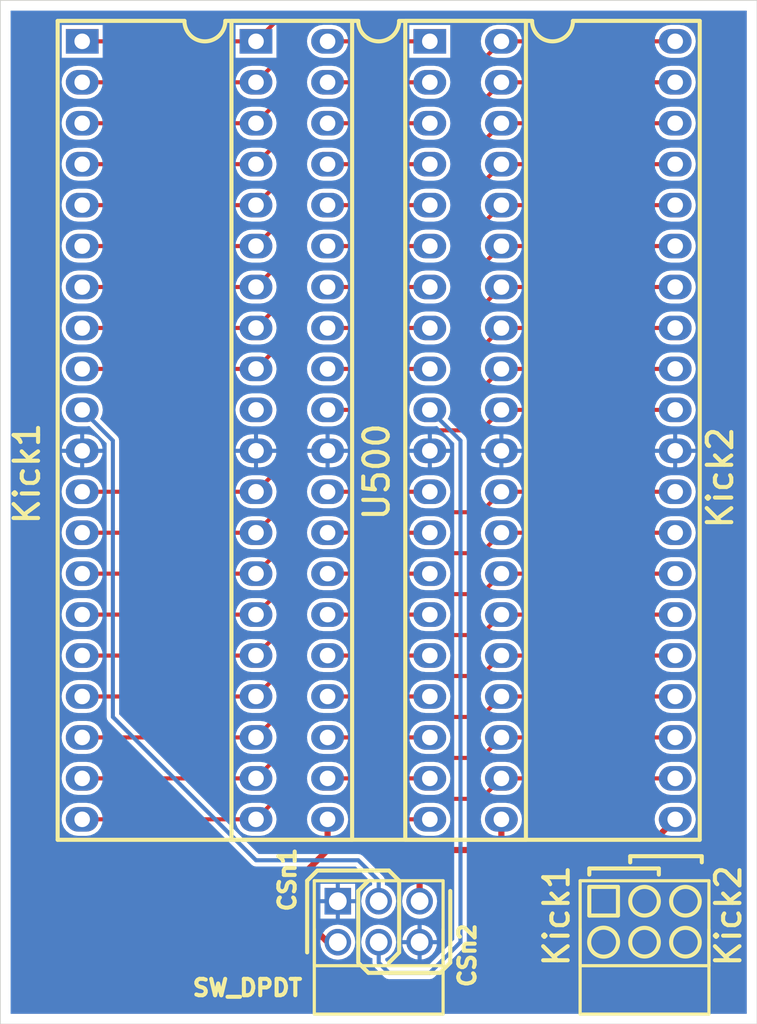
<source format=kicad_pcb>
(kicad_pcb (version 20231014) (generator "pcbnew") (generator_version "7.99")
  (layers (0 "F.Cu" signal "Top Layer") (31 "B.Cu" signal "Bottom Layer") (34 "B.Paste" user "Bottom Paste") (35 "F.Paste" user "Top Paste") (36 "B.SilkS" user "Bottom Overlay") (37 "F.SilkS" user "Top Overlay") (38 "B.Mask" user "Bottom Solder") (39 "F.Mask" user "Top Solder") (44 "Edge.Cuts" user))
  (net 0 "")
  (net 1 "NC")
  (net 2 "GND")
  (net 3 "VCC")
  (net 4 "OEN")
  (net 5 "D15")
  (net 6 "D14")
  (net 7 "D13")
  (net 8 "D12")
  (net 9 "D11")
  (net 10 "D10")
  (net 11 "D9")
  (net 12 "D8")
  (net 13 "D7")
  (net 14 "D6")
  (net 15 "D5")
  (net 16 "D4")
  (net 17 "D3")
  (net 18 "D2")
  (net 19 "D1")
  (net 20 "D0")
  (net 21 "CSN_SLOT")
  (net 22 "CSN_B")
  (net 23 "CSN_A")
  (net 24 "A17")
  (net 25 "A16")
  (net 26 "A15")
  (net 27 "A14")
  (net 28 "A13")
  (net 29 "A12")
  (net 30 "A11")
  (net 31 "A10")
  (net 32 "A9")
  (net 33 "A8")
  (net 34 "A7")
  (net 35 "A6")
  (net 36 "A5")
  (net 37 "A4")
  (net 38 "A3")
  (net 39 "A2")
  (net 40 "A1")
  (net 41 "A0")
  (footprint "MyConnectors.IntLib:DIP40 600mil 2xSIP20 oval" (layer "F.Cu") (at 159.29609 99.92361)
    (property "Reference" "Kick2" (at 11.303 6.223 90) (layer "F.SilkS") (effects (font (size 1.524 1.524) (thickness 0.254)) (justify left bottom)))
    (property "Value" "DIP40 2x20 600mil" (hide yes))
    (fp_line (start -9.144 -25.4) (end -1.27 -25.4) (stroke (width 0.254)) (layer "F.SilkS"))
    (fp_line (start -9.144 25.4) (end -9.144 -25.4) (stroke (width 0.254)) (layer "F.SilkS"))
    (fp_line (start -9.144 25.4) (end 9.144 25.4) (stroke (width 0.254)) (layer "F.SilkS"))
    (fp_line (start 1.27 -25.4) (end 9.144 -25.4) (stroke (width 0.254)) (layer "F.SilkS"))
    (fp_line (start 9.144 25.4) (end 9.144 -25.4) (stroke (width 0.254)) (layer "F.SilkS"))
    (fp_arc (start 1.27 -25.4) (mid 0 -24.13) (end -1.27 -25.4) (stroke (width 0.254)) (layer "F.SilkS"))
    (pad "1" thru_hole rect (at -7.62 -24.13) (size 2.032 1.524) (drill 0.9652) (layers "*.Cu" "*.Mask") (net 1 "NC"))
    (pad "2" thru_hole oval (at -7.62 -21.59) (size 2.032 1.524) (drill 0.9652) (layers "*.Cu" "*.Mask") (net 34 "A7"))
    (pad "3" thru_hole oval (at -7.62 -19.05) (size 2.032 1.524) (drill 0.9652) (layers "*.Cu" "*.Mask") (net 35 "A6"))
    (pad "4" thru_hole oval (at -7.62 -16.51) (size 2.032 1.524) (drill 0.9652) (layers "*.Cu" "*.Mask") (net 36 "A5"))
    (pad "5" thru_hole oval (at -7.62 -13.97) (size 2.032 1.524) (drill 0.9652) (layers "*.Cu" "*.Mask") (net 37 "A4"))
    (pad "6" thru_hole oval (at -7.62 -11.43) (size 2.032 1.524) (drill 0.9652) (layers "*.Cu" "*.Mask") (net 38 "A3"))
    (pad "7" thru_hole oval (at -7.62 -8.89) (size 2.032 1.524) (drill 0.9652) (layers "*.Cu" "*.Mask") (net 39 "A2"))
    (pad "8" thru_hole oval (at -7.62 -6.35) (size 2.032 1.524) (drill 0.9652) (layers "*.Cu" "*.Mask") (net 40 "A1"))
    (pad "9" thru_hole oval (at -7.62 -3.81) (size 2.032 1.524) (drill 0.9652) (layers "*.Cu" "*.Mask") (net 41 "A0"))
    (pad "10" thru_hole oval (at -7.62 -1.27) (size 2.032 1.524) (drill 0.9652) (layers "*.Cu" "*.Mask") (net 22 "CSN_B"))
    (pad "11" thru_hole oval (at -7.62 1.27) (size 2.032 1.524) (drill 0.9652) (layers "*.Cu" "*.Mask") (net 2 "GND"))
    (pad "12" thru_hole oval (at -7.62 3.81) (size 2.032 1.524) (drill 0.9652) (layers "*.Cu" "*.Mask") (net 4 "OEN"))
    (pad "13" thru_hole oval (at -7.62 6.35) (size 2.032 1.524) (drill 0.9652) (layers "*.Cu" "*.Mask") (net 20 "D0"))
    (pad "14" thru_hole oval (at -7.62 8.89) (size 2.032 1.524) (drill 0.9652) (layers "*.Cu" "*.Mask") (net 12 "D8"))
    (pad "15" thru_hole oval (at -7.62 11.43) (size 2.032 1.524) (drill 0.9652) (layers "*.Cu" "*.Mask") (net 19 "D1"))
    (pad "16" thru_hole oval (at -7.62 13.97) (size 2.032 1.524) (drill 0.9652) (layers "*.Cu" "*.Mask") (net 11 "D9"))
    (pad "17" thru_hole oval (at -7.62 16.51) (size 2.032 1.524) (drill 0.9652) (layers "*.Cu" "*.Mask") (net 18 "D2"))
    (pad "18" thru_hole oval (at -7.62 19.05) (size 2.032 1.524) (drill 0.9652) (layers "*.Cu" "*.Mask") (net 10 "D10"))
    (pad "19" thru_hole oval (at -7.62 21.59) (size 2.032 1.524) (drill 0.9652) (layers "*.Cu" "*.Mask") (net 17 "D3"))
    (pad "20" thru_hole oval (at -7.62 24.13) (size 2.032 1.524) (drill 0.9652) (layers "*.Cu" "*.Mask") (net 9 "D11"))
    (pad "21" thru_hole oval (at 7.62 24.13 180) (size 2.032 1.524) (drill 0.9652) (layers "*.Cu" "*.Mask") (net 3 "VCC"))
    (pad "22" thru_hole oval (at 7.62 21.59 180) (size 2.032 1.524) (drill 0.9652) (layers "*.Cu" "*.Mask") (net 16 "D4"))
    (pad "23" thru_hole oval (at 7.62 19.05 180) (size 2.032 1.524) (drill 0.9652) (layers "*.Cu" "*.Mask") (net 8 "D12"))
    (pad "24" thru_hole oval (at 7.62 16.51 180) (size 2.032 1.524) (drill 0.9652) (layers "*.Cu" "*.Mask") (net 15 "D5"))
    (pad "25" thru_hole oval (at 7.62 13.97 180) (size 2.032 1.524) (drill 0.9652) (layers "*.Cu" "*.Mask") (net 7 "D13"))
    (pad "26" thru_hole oval (at 7.62 11.43 180) (size 2.032 1.524) (drill 0.9652) (layers "*.Cu" "*.Mask") (net 14 "D6"))
    (pad "27" thru_hole oval (at 7.62 8.89 180) (size 2.032 1.524) (drill 0.9652) (layers "*.Cu" "*.Mask") (net 6 "D14"))
    (pad "28" thru_hole oval (at 7.62 6.35 180) (size 2.032 1.524) (drill 0.9652) (layers "*.Cu" "*.Mask") (net 13 "D7"))
    (pad "29" thru_hole oval (at 7.62 3.81 180) (size 2.032 1.524) (drill 0.9652) (layers "*.Cu" "*.Mask") (net 5 "D15"))
    (pad "30" thru_hole oval (at 7.62 1.27 180) (size 2.032 1.524) (drill 0.9652) (layers "*.Cu" "*.Mask") (net 2 "GND"))
    (pad "31" thru_hole oval (at 7.62 -1.27 180) (size 2.032 1.524) (drill 0.9652) (layers "*.Cu" "*.Mask") (net 24 "A17"))
    (pad "32" thru_hole oval (at 7.62 -3.81 180) (size 2.032 1.524) (drill 0.9652) (layers "*.Cu" "*.Mask") (net 25 "A16"))
    (pad "33" thru_hole oval (at 7.62 -6.35) (size 2.032 1.524) (drill 0.9652) (layers "*.Cu" "*.Mask") (net 26 "A15"))
    (pad "34" thru_hole oval (at 7.62 -8.89) (size 2.032 1.524) (drill 0.9652) (layers "*.Cu" "*.Mask") (net 27 "A14"))
    (pad "35" thru_hole oval (at 7.62 -11.43) (size 2.032 1.524) (drill 0.9652) (layers "*.Cu" "*.Mask") (net 28 "A13"))
    (pad "36" thru_hole oval (at 7.62 -13.97) (size 2.032 1.524) (drill 0.9652) (layers "*.Cu" "*.Mask") (net 29 "A12"))
    (pad "37" thru_hole oval (at 7.62 -16.51) (size 2.032 1.524) (drill 0.9652) (layers "*.Cu" "*.Mask") (net 30 "A11"))
    (pad "38" thru_hole oval (at 7.62 -19.05) (size 2.032 1.524) (drill 0.9652) (layers "*.Cu" "*.Mask") (net 31 "A10"))
    (pad "39" thru_hole oval (at 7.62 -21.59) (size 2.032 1.524) (drill 0.9652) (layers "*.Cu" "*.Mask") (net 32 "A9"))
    (pad "40" thru_hole oval (at 7.62 -24.13) (size 2.032 1.524) (drill 0.9652) (layers "*.Cu" "*.Mask") (net 33 "A8"))
  )
  (footprint "MyConnectors.IntLib:DIP40 600mil 2xSIP20 oval" (layer "F.Cu") (at 137.7061 99.9236)
    (property "Reference" "Kick1" (at -10.16001 5.96901 90) (layer "F.SilkS") (effects (font (size 1.524 1.524) (thickness 0.254)) (justify left bottom)))
    (property "Value" "DIP40 2x20 600mil" (hide yes))
    (fp_line (start -9.144 -25.4) (end -1.27 -25.4) (stroke (width 0.254)) (layer "F.SilkS"))
    (fp_line (start -9.144 25.4) (end -9.144 -25.4) (stroke (width 0.254)) (layer "F.SilkS"))
    (fp_line (start -9.144 25.4) (end 9.144 25.4) (stroke (width 0.254)) (layer "F.SilkS"))
    (fp_line (start 1.27 -25.4) (end 9.144 -25.4) (stroke (width 0.254)) (layer "F.SilkS"))
    (fp_line (start 9.144 25.4) (end 9.144 -25.4) (stroke (width 0.254)) (layer "F.SilkS"))
    (fp_arc (start 1.27 -25.4) (mid 0 -24.13) (end -1.27 -25.4) (stroke (width 0.254)) (layer "F.SilkS"))
    (pad "1" thru_hole rect (at -7.62 -24.13) (size 2.032 1.524) (drill 0.9652) (layers "*.Cu" "*.Mask") (net 1 "NC"))
    (pad "2" thru_hole oval (at -7.62 -21.59) (size 2.032 1.524) (drill 0.9652) (layers "*.Cu" "*.Mask") (net 34 "A7"))
    (pad "3" thru_hole oval (at -7.62 -19.05) (size 2.032 1.524) (drill 0.9652) (layers "*.Cu" "*.Mask") (net 35 "A6"))
    (pad "4" thru_hole oval (at -7.62 -16.51) (size 2.032 1.524) (drill 0.9652) (layers "*.Cu" "*.Mask") (net 36 "A5"))
    (pad "5" thru_hole oval (at -7.62 -13.97) (size 2.032 1.524) (drill 0.9652) (layers "*.Cu" "*.Mask") (net 37 "A4"))
    (pad "6" thru_hole oval (at -7.62 -11.43) (size 2.032 1.524) (drill 0.9652) (layers "*.Cu" "*.Mask") (net 38 "A3"))
    (pad "7" thru_hole oval (at -7.62 -8.89) (size 2.032 1.524) (drill 0.9652) (layers "*.Cu" "*.Mask") (net 39 "A2"))
    (pad "8" thru_hole oval (at -7.62 -6.35) (size 2.032 1.524) (drill 0.9652) (layers "*.Cu" "*.Mask") (net 40 "A1"))
    (pad "9" thru_hole oval (at -7.62 -3.81) (size 2.032 1.524) (drill 0.9652) (layers "*.Cu" "*.Mask") (net 41 "A0"))
    (pad "10" thru_hole oval (at -7.62 -1.27) (size 2.032 1.524) (drill 0.9652) (layers "*.Cu" "*.Mask") (net 23 "CSN_A"))
    (pad "11" thru_hole oval (at -7.62 1.27) (size 2.032 1.524) (drill 0.9652) (layers "*.Cu" "*.Mask") (net 2 "GND"))
    (pad "12" thru_hole oval (at -7.62 3.81) (size 2.032 1.524) (drill 0.9652) (layers "*.Cu" "*.Mask") (net 4 "OEN"))
    (pad "13" thru_hole oval (at -7.62 6.35) (size 2.032 1.524) (drill 0.9652) (layers "*.Cu" "*.Mask") (net 20 "D0"))
    (pad "14" thru_hole oval (at -7.62 8.89) (size 2.032 1.524) (drill 0.9652) (layers "*.Cu" "*.Mask") (net 12 "D8"))
    (pad "15" thru_hole oval (at -7.62 11.43) (size 2.032 1.524) (drill 0.9652) (layers "*.Cu" "*.Mask") (net 19 "D1"))
    (pad "16" thru_hole oval (at -7.62 13.97) (size 2.032 1.524) (drill 0.9652) (layers "*.Cu" "*.Mask") (net 11 "D9"))
    (pad "17" thru_hole oval (at -7.62 16.51) (size 2.032 1.524) (drill 0.9652) (layers "*.Cu" "*.Mask") (net 18 "D2"))
    (pad "18" thru_hole oval (at -7.62 19.05) (size 2.032 1.524) (drill 0.9652) (layers "*.Cu" "*.Mask") (net 10 "D10"))
    (pad "19" thru_hole oval (at -7.62 21.59) (size 2.032 1.524) (drill 0.9652) (layers "*.Cu" "*.Mask") (net 17 "D3"))
    (pad "20" thru_hole oval (at -7.62 24.13) (size 2.032 1.524) (drill 0.9652) (layers "*.Cu" "*.Mask") (net 9 "D11"))
    (pad "21" thru_hole oval (at 7.62 24.13 180) (size 2.032 1.524) (drill 0.9652) (layers "*.Cu" "*.Mask") (net 3 "VCC"))
    (pad "22" thru_hole oval (at 7.62 21.59 180) (size 2.032 1.524) (drill 0.9652) (layers "*.Cu" "*.Mask") (net 16 "D4"))
    (pad "23" thru_hole oval (at 7.62 19.05 180) (size 2.032 1.524) (drill 0.9652) (layers "*.Cu" "*.Mask") (net 8 "D12"))
    (pad "24" thru_hole oval (at 7.62 16.51 180) (size 2.032 1.524) (drill 0.9652) (layers "*.Cu" "*.Mask") (net 15 "D5"))
    (pad "25" thru_hole oval (at 7.62 13.97 180) (size 2.032 1.524) (drill 0.9652) (layers "*.Cu" "*.Mask") (net 7 "D13"))
    (pad "26" thru_hole oval (at 7.62 11.43 180) (size 2.032 1.524) (drill 0.9652) (layers "*.Cu" "*.Mask") (net 14 "D6"))
    (pad "27" thru_hole oval (at 7.62 8.89 180) (size 2.032 1.524) (drill 0.9652) (layers "*.Cu" "*.Mask") (net 6 "D14"))
    (pad "28" thru_hole oval (at 7.62 6.35 180) (size 2.032 1.524) (drill 0.9652) (layers "*.Cu" "*.Mask") (net 13 "D7"))
    (pad "29" thru_hole oval (at 7.62 3.81 180) (size 2.032 1.524) (drill 0.9652) (layers "*.Cu" "*.Mask") (net 5 "D15"))
    (pad "30" thru_hole oval (at 7.62 1.27 180) (size 2.032 1.524) (drill 0.9652) (layers "*.Cu" "*.Mask") (net 2 "GND"))
    (pad "31" thru_hole oval (at 7.62 -1.27 180) (size 2.032 1.524) (drill 0.9652) (layers "*.Cu" "*.Mask") (net 24 "A17"))
    (pad "32" thru_hole oval (at 7.62 -3.81 180) (size 2.032 1.524) (drill 0.9652) (layers "*.Cu" "*.Mask") (net 25 "A16"))
    (pad "33" thru_hole oval (at 7.62 -6.35) (size 2.032 1.524) (drill 0.9652) (layers "*.Cu" "*.Mask") (net 26 "A15"))
    (pad "34" thru_hole oval (at 7.62 -8.89) (size 2.032 1.524) (drill 0.9652) (layers "*.Cu" "*.Mask") (net 27 "A14"))
    (pad "35" thru_hole oval (at 7.62 -11.43) (size 2.032 1.524) (drill 0.9652) (layers "*.Cu" "*.Mask") (net 28 "A13"))
    (pad "36" thru_hole oval (at 7.62 -13.97) (size 2.032 1.524) (drill 0.9652) (layers "*.Cu" "*.Mask") (net 29 "A12"))
    (pad "37" thru_hole oval (at 7.62 -16.51) (size 2.032 1.524) (drill 0.9652) (layers "*.Cu" "*.Mask") (net 30 "A11"))
    (pad "38" thru_hole oval (at 7.62 -19.05) (size 2.032 1.524) (drill 0.9652) (layers "*.Cu" "*.Mask") (net 31 "A10"))
    (pad "39" thru_hole oval (at 7.62 -21.59) (size 2.032 1.524) (drill 0.9652) (layers "*.Cu" "*.Mask") (net 32 "A9"))
    (pad "40" thru_hole oval (at 7.62 -24.13) (size 2.032 1.524) (drill 0.9652) (layers "*.Cu" "*.Mask") (net 33 "A8"))
  )
  (footprint "MyConnectors.IntLib:DIP40 600mil 2xSIP20 spacer oval" (layer "F.Cu") (at 148.5011 99.9236)
    (property "Reference" "U500" (at 0.76199 5.71501 90) (layer "F.SilkS") (effects (font (size 1.524 1.524) (thickness 0.254)) (justify left bottom)))
    (property "Value" "DIP40 2x20 600mil" (hide yes))
    (fp_line (start -9.144 -25.4) (end -1.27 -25.4) (stroke (width 0.254)) (layer "F.SilkS"))
    (fp_line (start -9.144 25.4) (end -9.144 -25.4) (stroke (width 0.254)) (layer "F.SilkS"))
    (fp_line (start -9.144 25.4) (end 9.144 25.4) (stroke (width 0.254)) (layer "F.SilkS"))
    (fp_line (start 1.27 -25.4) (end 9.144 -25.4) (stroke (width 0.254)) (layer "F.SilkS"))
    (fp_line (start 9.144 25.4) (end 9.144 -25.4) (stroke (width 0.254)) (layer "F.SilkS"))
    (fp_arc (start 1.27 -25.4) (mid 0 -24.13) (end -1.27 -25.4) (stroke (width 0.254)) (layer "F.SilkS"))
    (pad "1" thru_hole rect (at -7.62 -24.13) (size 2.032 1.524) (drill 0.9652) (layers "*.Cu" "*.Mask") (net 1 "NC"))
    (pad "2" thru_hole oval (at -7.62 -21.59) (size 2.032 1.524) (drill 0.9652) (layers "*.Cu" "*.Mask") (net 34 "A7"))
    (pad "3" thru_hole oval (at -7.62 -19.05) (size 2.032 1.524) (drill 0.9652) (layers "*.Cu" "*.Mask") (net 35 "A6"))
    (pad "4" thru_hole oval (at -7.62 -16.51) (size 2.032 1.524) (drill 0.9652) (layers "*.Cu" "*.Mask") (net 36 "A5"))
    (pad "5" thru_hole oval (at -7.62 -13.97) (size 2.032 1.524) (drill 0.9652) (layers "*.Cu" "*.Mask") (net 37 "A4"))
    (pad "6" thru_hole oval (at -7.62 -11.43) (size 2.032 1.524) (drill 0.9652) (layers "*.Cu" "*.Mask") (net 38 "A3"))
    (pad "7" thru_hole oval (at -7.62 -8.89) (size 2.032 1.524) (drill 0.9652) (layers "*.Cu" "*.Mask") (net 39 "A2"))
    (pad "8" thru_hole oval (at -7.62 -6.35) (size 2.032 1.524) (drill 0.9652) (layers "*.Cu" "*.Mask") (net 40 "A1"))
    (pad "9" thru_hole oval (at -7.62 -3.81) (size 2.032 1.524) (drill 0.9652) (layers "*.Cu" "*.Mask") (net 41 "A0"))
    (pad "10" thru_hole oval (at -7.62 -1.27) (size 2.032 1.524) (drill 0.9652) (layers "*.Cu" "*.Mask") (net 21 "CSN_SLOT"))
    (pad "11" thru_hole oval (at -7.62 1.27) (size 2.032 1.524) (drill 0.9652) (layers "*.Cu" "*.Mask") (net 2 "GND"))
    (pad "12" thru_hole oval (at -7.62 3.81) (size 2.032 1.524) (drill 0.9652) (layers "*.Cu" "*.Mask") (net 4 "OEN"))
    (pad "13" thru_hole oval (at -7.62 6.35) (size 2.032 1.524) (drill 0.9652) (layers "*.Cu" "*.Mask") (net 20 "D0"))
    (pad "14" thru_hole oval (at -7.62 8.89) (size 2.032 1.524) (drill 0.9652) (layers "*.Cu" "*.Mask") (net 12 "D8"))
    (pad "15" thru_hole oval (at -7.62 11.43) (size 2.032 1.524) (drill 0.9652) (layers "*.Cu" "*.Mask") (net 19 "D1"))
    (pad "16" thru_hole oval (at -7.62 13.97) (size 2.032 1.524) (drill 0.9652) (layers "*.Cu" "*.Mask") (net 11 "D9"))
    (pad "17" thru_hole oval (at -7.62 16.51) (size 2.032 1.524) (drill 0.9652) (layers "*.Cu" "*.Mask") (net 18 "D2"))
    (pad "18" thru_hole oval (at -7.62 19.05) (size 2.032 1.524) (drill 0.9652) (layers "*.Cu" "*.Mask") (net 10 "D10"))
    (pad "19" thru_hole oval (at -7.62 21.59) (size 2.032 1.524) (drill 0.9652) (layers "*.Cu" "*.Mask") (net 17 "D3"))
    (pad "20" thru_hole oval (at -7.62 24.13) (size 2.032 1.524) (drill 0.9652) (layers "*.Cu" "*.Mask") (net 9 "D11"))
    (pad "21" thru_hole oval (at 7.62 24.13 180) (size 2.032 1.524) (drill 0.9652) (layers "*.Cu" "*.Mask") (net 3 "VCC"))
    (pad "22" thru_hole oval (at 7.62 21.59 180) (size 2.032 1.524) (drill 0.9652) (layers "*.Cu" "*.Mask") (net 16 "D4"))
    (pad "23" thru_hole oval (at 7.62 19.05 180) (size 2.032 1.524) (drill 0.9652) (layers "*.Cu" "*.Mask") (net 8 "D12"))
    (pad "24" thru_hole oval (at 7.62 16.51 180) (size 2.032 1.524) (drill 0.9652) (layers "*.Cu" "*.Mask") (net 15 "D5"))
    (pad "25" thru_hole oval (at 7.62 13.97 180) (size 2.032 1.524) (drill 0.9652) (layers "*.Cu" "*.Mask") (net 7 "D13"))
    (pad "26" thru_hole oval (at 7.62 11.43 180) (size 2.032 1.524) (drill 0.9652) (layers "*.Cu" "*.Mask") (net 14 "D6"))
    (pad "27" thru_hole oval (at 7.62 8.89 180) (size 2.032 1.524) (drill 0.9652) (layers "*.Cu" "*.Mask") (net 6 "D14"))
    (pad "28" thru_hole oval (at 7.62 6.35 180) (size 2.032 1.524) (drill 0.9652) (layers "*.Cu" "*.Mask") (net 13 "D7"))
    (pad "29" thru_hole oval (at 7.62 3.81 180) (size 2.032 1.524) (drill 0.9652) (layers "*.Cu" "*.Mask") (net 5 "D15"))
    (pad "30" thru_hole oval (at 7.62 1.27 180) (size 2.032 1.524) (drill 0.9652) (layers "*.Cu" "*.Mask") (net 2 "GND"))
    (pad "31" thru_hole oval (at 7.62 -1.27 180) (size 2.032 1.524) (drill 0.9652) (layers "*.Cu" "*.Mask") (net 24 "A17"))
    (pad "32" thru_hole oval (at 7.62 -3.81 180) (size 2.032 1.524) (drill 0.9652) (layers "*.Cu" "*.Mask") (net 25 "A16"))
    (pad "33" thru_hole oval (at 7.62 -6.35) (size 2.032 1.524) (drill 0.9652) (layers "*.Cu" "*.Mask") (net 26 "A15"))
    (pad "34" thru_hole oval (at 7.62 -8.89) (size 2.032 1.524) (drill 0.9652) (layers "*.Cu" "*.Mask") (net 27 "A14"))
    (pad "35" thru_hole oval (at 7.62 -11.43) (size 2.032 1.524) (drill 0.9652) (layers "*.Cu" "*.Mask") (net 28 "A13"))
    (pad "36" thru_hole oval (at 7.62 -13.97) (size 2.032 1.524) (drill 0.9652) (layers "*.Cu" "*.Mask") (net 29 "A12"))
    (pad "37" thru_hole oval (at 7.62 -16.51) (size 2.032 1.524) (drill 0.9652) (layers "*.Cu" "*.Mask") (net 30 "A11"))
    (pad "38" thru_hole oval (at 7.62 -19.05) (size 2.032 1.524) (drill 0.9652) (layers "*.Cu" "*.Mask") (net 31 "A10"))
    (pad "39" thru_hole oval (at 7.62 -21.59) (size 2.032 1.524) (drill 0.9652) (layers "*.Cu" "*.Mask") (net 32 "A9"))
    (pad "40" thru_hole oval (at 7.62 -24.13) (size 2.032 1.524) (drill 0.9652) (layers "*.Cu" "*.Mask") (net 33 "A8"))
  )
  (footprint "MyConnectors.IntLib:Amphenol   10129382-906002BLF alt" (layer "F.Cu") (at 148.5011 129.1336 180)
    (property "Reference" "SW_DPDT" (at 11.68401 -5.96901 0) (layer "F.SilkS") (effects (font (size 1.016 1.016) (thickness 0.254)) (justify left bottom)))
    (property "Value" "Header 2x3 DSS" (hide yes))
    (fp_line (start 4 1.27) (end -4 1.27) (stroke (width 0.2)) (layer "F.SilkS"))
    (fp_line (start 4 -4) (end 4 1.27) (stroke (width 0.2)) (layer "F.SilkS"))
    (fp_line (start 4 -4) (end -4 -4) (stroke (width 0.2)) (layer "F.SilkS"))
    (fp_line (start 4 -7) (end 4 -1.73) (stroke (width 0.2)) (layer "F.SilkS"))
    (fp_line (start 4 -7) (end -4 -7) (stroke (width 0.2)) (layer "F.SilkS"))
    (fp_line (start -4 -4) (end -4 1.27) (stroke (width 0.2)) (layer "F.SilkS"))
    (fp_line (start -4 -7) (end -4 -1.73) (stroke (width 0.2)) (layer "F.SilkS"))
    (pad "1" thru_hole rect (at 2.54 0 180) (size 1.65 1.65) (drill 1.1) (layers "*.Cu" "*.Mask") (net 2 "GND"))
    (pad "2" thru_hole circle (at 2.54 -2.54 180) (size 1.65 1.65) (drill 1.1) (layers "*.Cu" "*.Mask") (net 3 "VCC"))
    (pad "3" thru_hole circle (at 0 0 180) (size 1.65 1.65) (drill 1.1) (layers "*.Cu" "*.Mask") (net 23 "CSN_A"))
    (pad "4" thru_hole circle (at 0 -2.54 180) (size 1.65 1.65) (drill 1.1) (layers "*.Cu" "*.Mask") (net 22 "CSN_B"))
    (pad "5" thru_hole circle (at -2.54 0 180) (size 1.65 1.65) (drill 1.1) (layers "*.Cu" "*.Mask") (net 3 "VCC"))
    (pad "6" thru_hole circle (at -2.54 -2.54 180) (size 1.65 1.65) (drill 1.1) (layers "*.Cu" "*.Mask") (net 2 "GND"))
  )
  (gr_line (start 168.56709 126.72061) (end 168.56709 126.33961) (stroke (width 0.254)) (layer "F.SilkS"))
  (gr_line (start 161.58209 130.02261) (end 163.36009 130.02261) (stroke (width 0.254)) (layer "F.SilkS"))
  (gr_line (start 161.58209 130.02261) (end 161.58209 128.24461) (stroke (width 0.254)) (layer "F.SilkS"))
  (gr_circle (center 167.55109 131.67361) (end 167.55109 130.78461) (stroke (width 0.254)) (fill none) (layer "F.SilkS"))
  (gr_line (start 147.2311 132.9436) (end 147.8661 133.5786) (stroke (width 0.254)) (layer "F.SilkS"))
  (gr_circle (center 165.01109 131.67361) (end 165.01109 130.78461) (stroke (width 0.254)) (fill none) (layer "F.SilkS"))
  (gr_line (start 149.1361 132.9436) (end 149.7711 132.3086) (stroke (width 0.254)) (layer "F.SilkS"))
  (gr_circle (center 162.47109 131.67361) (end 162.47109 130.77558) (stroke (width 0.254)) (fill none) (layer "F.SilkS"))
  (gr_line (start 147.2311 132.9436) (end 147.2311 128.4986) (stroke (width 0.254)) (layer "F.SilkS"))
  (gr_line (start 161.58209 127.10161) (end 165.90009 127.10161) (stroke (width 0.254)) (layer "F.SilkS"))
  (gr_line (start 169.01109 133.13361) (end 169.01109 127.86361) (stroke (width 0.2)) (layer "F.SilkS"))
  (gr_line (start 164.12209 126.72061) (end 164.12209 126.33961) (stroke (width 0.254)) (layer "F.SilkS"))
  (gr_line (start 169.01109 136.13361) (end 169.01109 130.86361) (stroke (width 0.2)) (layer "F.SilkS"))
  (gr_line (start 152.9461 132.9436) (end 152.9461 128.4986) (stroke (width 0.254)) (layer "F.SilkS"))
  (gr_line (start 149.7711 132.3086) (end 149.7711 127.8636) (stroke (width 0.254)) (layer "F.SilkS"))
  (gr_line (start 161.58209 127.48261) (end 161.58209 127.10161) (stroke (width 0.254)) (layer "F.SilkS"))
  (gr_line (start 161.01109 136.13361) (end 161.01109 130.86361) (stroke (width 0.2)) (layer "F.SilkS"))
  (gr_line (start 161.01109 136.13361) (end 169.01109 136.13361) (stroke (width 0.2)) (layer "F.SilkS"))
  (gr_line (start 152.3111 133.5786) (end 152.9461 132.9436) (stroke (width 0.254)) (layer "F.SilkS"))
  (gr_line (start 161.01109 133.13361) (end 161.01109 127.86361) (stroke (width 0.2)) (layer "F.SilkS"))
  (gr_line (start 144.0561 127.8636) (end 144.6911 127.2286) (stroke (width 0.254)) (layer "F.SilkS"))
  (gr_line (start 161.01109 133.13361) (end 169.01109 133.13361) (stroke (width 0.2)) (layer "F.SilkS"))
  (gr_line (start 149.1361 127.2286) (end 149.7711 127.8636) (stroke (width 0.254)) (layer "F.SilkS"))
  (gr_line (start 165.90009 127.48261) (end 165.90009 127.10161) (stroke (width 0.254)) (layer "F.SilkS"))
  (gr_circle (center 165.01109 129.13361) (end 165.01109 128.24461) (stroke (width 0.254)) (fill none) (layer "F.SilkS"))
  (gr_line (start 147.2311 128.4986) (end 147.8661 127.8636) (stroke (width 0.254)) (layer "F.SilkS"))
  (gr_line (start 144.0561 132.3086) (end 144.0561 127.8636) (stroke (width 0.254)) (layer "F.SilkS"))
  (gr_line (start 161.58209 128.24461) (end 163.36009 128.24461) (stroke (width 0.254)) (layer "F.SilkS"))
  (gr_line (start 144.6911 127.2286) (end 149.1361 127.2286) (stroke (width 0.254)) (layer "F.SilkS"))
  (gr_line (start 161.01109 127.86361) (end 169.01109 127.86361) (stroke (width 0.2)) (layer "F.SilkS"))
  (gr_line (start 163.36009 130.02261) (end 163.36009 128.24461) (stroke (width 0.254)) (layer "F.SilkS"))
  (gr_line (start 164.12209 126.33961) (end 168.56709 126.33961) (stroke (width 0.254)) (layer "F.SilkS"))
  (gr_line (start 147.8661 133.5786) (end 152.3111 133.5786) (stroke (width 0.254)) (layer "F.SilkS"))
  (gr_circle (center 167.55109 129.13361) (end 167.55109 128.24461) (stroke (width 0.254)) (fill none) (layer "F.SilkS"))
  (gr_line (start 171.9961 73.2536) (end 125.0061 73.2536) (stroke (width 0.05)) (layer "Edge.Cuts"))
  (gr_line (start 125.0061 136.7536) (end 171.9961 136.7536) (stroke (width 0.05)) (layer "Edge.Cuts"))
  (gr_line (start 125.0061 73.2536) (end 125.0061 136.7536) (stroke (width 0.05)) (layer "Edge.Cuts"))
  (gr_line (start 171.9961 136.7536) (end 171.9961 73.2536) (stroke (width 0.05)) (layer "Edge.Cuts"))
  (gr_text "CSn2" (at 154.59709 134.59461 90) (layer "F.SilkS") (effects (font (size 1.016 1.016) (thickness 0.254)) (justify left bottom)))
  (gr_text "CSn1" (at 143.42109 129.89561 90) (layer "F.SilkS") (effects (font (size 1.016 1.016) (thickness 0.254)) (justify left bottom)))
  (gr_text "Kick1" (at 160.43909 133.32461 90) (layer "F.SilkS") (effects (font (size 1.524 1.524) (thickness 0.254)) (justify left bottom)))
  (gr_text "Kick2" (at 171.10709 133.32461 90) (layer "F.SilkS") (effects (font (size 1.524 1.524) (thickness 0.254)) (justify left bottom)))
  (segment (start 149.1361 75.7936) (end 151.6761 75.7936) (width 0.254) (layer "F.Cu") (net 1))
  (segment (start 130.0861 75.7936) (end 140.8811 75.7936) (width 0.254) (layer "F.Cu") (net 1))
  (segment (start 142.1621 74.5126) (end 145.85671 74.5126) (width 0.254) (layer "F.Cu") (net 1))
  (segment (start 145.86771 74.5236) (end 147.8661 74.5236) (width 0.254) (layer "F.Cu") (net 1))
  (segment (start 145.85671 74.5126) (end 145.86771 74.5236) (width 0.254) (layer "F.Cu") (net 1))
  (segment (start 147.8661 74.5236) (end 149.1361 75.7936) (width 0.254) (layer "F.Cu") (net 1))
  (segment (start 140.8811 75.7936) (end 142.1621 74.5126) (width 0.254) (layer "F.Cu") (net 1))
  (segment (start 144.0561 127.2286) (end 145.3261 125.9586) (width 0.381) (layer "F.Cu") (net 3))
  (segment (start 165.0111 125.9586) (end 166.9161 124.0536) (width 0.381) (layer "F.Cu") (net 3))
  (segment (start 151.0411 125.9586) (end 156.1211 125.9586) (width 0.381) (layer "F.Cu") (net 3))
  (segment (start 144.0561 130.4036) (end 145.3261 131.6736) (width 0.381) (layer "F.Cu") (net 3))
  (segment (start 156.1211 125.9586) (end 165.0111 125.9586) (width 0.381) (layer "F.Cu") (net 3))
  (segment (start 156.1211 125.9586) (end 156.1211 124.0536) (width 0.381) (layer "F.Cu") (net 3))
  (segment (start 144.0561 130.4036) (end 144.0561 127.2286) (width 0.381) (layer "F.Cu") (net 3))
  (segment (start 145.3261 131.6736) (end 145.9611 131.6736) (width 0.381) (layer "F.Cu") (net 3))
  (segment (start 145.3261 125.9586) (end 145.3261 124.0536) (width 0.381) (layer "F.Cu") (net 3))
  (segment (start 151.0411 129.1336) (end 151.0411 125.9586) (width 0.381) (layer "F.Cu") (net 3))
  (segment (start 145.3261 125.9586) (end 151.0411 125.9586) (width 0.381) (layer "F.Cu") (net 3))
  (segment (start 142.1511 102.4636) (end 147.8661 102.4636) (width 0.254) (layer "F.Cu") (net 4))
  (segment (start 140.8811 103.7336) (end 142.1511 102.4636) (width 0.254) (layer "F.Cu") (net 4))
  (segment (start 149.1361 103.7336) (end 151.6761 103.7336) (width 0.254) (layer "F.Cu") (net 4))
  (segment (start 130.0861 103.7336) (end 140.8811 103.7336) (width 0.254) (layer "F.Cu") (net 4))
  (segment (start 147.8661 102.4636) (end 149.1361 103.7336) (width 0.254) (layer "F.Cu") (net 4))
  (segment (start 154.8511 105.0036) (end 156.1211 103.7336) (width 0.254) (layer "F.Cu") (net 5))
  (segment (start 145.3261 103.7336) (end 147.8661 103.7336) (width 0.254) (layer "F.Cu") (net 5))
  (segment (start 149.1361 105.0036) (end 154.8511 105.0036) (width 0.254) (layer "F.Cu") (net 5))
  (segment (start 147.8661 103.7336) (end 149.1361 105.0036) (width 0.254) (layer "F.Cu") (net 5))
  (segment (start 156.1211 103.7336) (end 166.9161 103.7336) (width 0.254) (layer "F.Cu") (net 5))
  (segment (start 145.3261 108.8136) (end 147.8661 108.8136) (width 0.254) (layer "F.Cu") (net 6))
  (segment (start 149.1361 110.0836) (end 154.8511 110.0836) (width 0.254) (layer "F.Cu") (net 6))
  (segment (start 156.1211 108.8136) (end 166.9161 108.8136) (width 0.254) (layer "F.Cu") (net 6))
  (segment (start 147.8661 108.8136) (end 149.1361 110.0836) (width 0.254) (layer "F.Cu") (net 6))
  (segment (start 154.8511 110.0836) (end 156.1211 108.8136) (width 0.254) (layer "F.Cu") (net 6))
  (segment (start 154.8511 115.1636) (end 156.1211 113.8936) (width 0.254) (layer "F.Cu") (net 7))
  (segment (start 149.1361 115.1636) (end 154.8511 115.1636) (width 0.254) (layer "F.Cu") (net 7))
  (segment (start 156.1211 113.8936) (end 166.9161 113.8936) (width 0.254) (layer "F.Cu") (net 7))
  (segment (start 147.8661 113.8936) (end 149.1361 115.1636) (width 0.254) (layer "F.Cu") (net 7))
  (segment (start 145.3261 113.8936) (end 147.8661 113.8936) (width 0.254) (layer "F.Cu") (net 7))
  (segment (start 147.8661 118.9736) (end 149.1361 120.2436) (width 0.254) (layer "F.Cu") (net 8))
  (segment (start 145.3261 118.9736) (end 147.8661 118.9736) (width 0.254) (layer "F.Cu") (net 8))
  (segment (start 156.1211 118.9736) (end 166.9161 118.9736) (width 0.254) (layer "F.Cu") (net 8))
  (segment (start 154.8511 120.2436) (end 156.1211 118.9736) (width 0.254) (layer "F.Cu") (net 8))
  (segment (start 149.1361 120.2436) (end 154.8511 120.2436) (width 0.254) (layer "F.Cu") (net 8))
  (segment (start 147.8661 122.7836) (end 149.1361 124.0536) (width 0.254) (layer "F.Cu") (net 9))
  (segment (start 142.1511 122.7836) (end 147.8661 122.7836) (width 0.254) (layer "F.Cu") (net 9))
  (segment (start 149.1361 124.0536) (end 151.6761 124.0536) (width 0.254) (layer "F.Cu") (net 9))
  (segment (start 140.8811 124.0536) (end 142.1511 122.7836) (width 0.254) (layer "F.Cu") (net 9))
  (segment (start 130.0861 124.0536) (end 140.8811 124.0536) (width 0.254) (layer "F.Cu") (net 9))
  (segment (start 140.8811 118.9736) (end 142.1511 117.7036) (width 0.254) (layer "F.Cu") (net 10))
  (segment (start 130.0861 118.9736) (end 140.8811 118.9736) (width 0.254) (layer "F.Cu") (net 10))
  (segment (start 142.1511 117.7036) (end 147.8661 117.7036) (width 0.254) (layer "F.Cu") (net 10))
  (segment (start 147.8661 117.7036) (end 149.1361 118.9736) (width 0.254) (layer "F.Cu") (net 10))
  (segment (start 149.1361 118.9736) (end 151.6761 118.9736) (width 0.254) (layer "F.Cu") (net 10))
  (segment (start 130.0861 113.8936) (end 140.8811 113.8936) (width 0.254) (layer "F.Cu") (net 11))
  (segment (start 142.1511 112.6236) (end 147.8661 112.6236) (width 0.254) (layer "F.Cu") (net 11))
  (segment (start 149.1361 113.8936) (end 151.6761 113.8936) (width 0.254) (layer "F.Cu") (net 11))
  (segment (start 147.8661 112.6236) (end 149.1361 113.8936) (width 0.254) (layer "F.Cu") (net 11))
  (segment (start 140.8811 113.8936) (end 142.1511 112.6236) (width 0.254) (layer "F.Cu") (net 11))
  (segment (start 140.8811 108.8136) (end 142.1511 107.5436) (width 0.254) (layer "F.Cu") (net 12))
  (segment (start 130.0861 108.8136) (end 140.8811 108.8136) (width 0.254) (layer "F.Cu") (net 12))
  (segment (start 142.1511 107.5436) (end 147.8661 107.5436) (width 0.254) (layer "F.Cu") (net 12))
  (segment (start 147.8661 107.5436) (end 149.1361 108.8136) (width 0.254) (layer "F.Cu") (net 12))
  (segment (start 149.1361 108.8136) (end 151.6761 108.8136) (width 0.254) (layer "F.Cu") (net 12))
  (segment (start 145.3261 106.2736) (end 147.8661 106.2736) (width 0.254) (layer "F.Cu") (net 13))
  (segment (start 154.8511 107.5436) (end 156.1211 106.2736) (width 0.254) (layer "F.Cu") (net 13))
  (segment (start 149.1361 107.5436) (end 154.8511 107.5436) (width 0.254) (layer "F.Cu") (net 13))
  (segment (start 156.1211 106.2736) (end 166.9161 106.2736) (width 0.254) (layer "F.Cu") (net 13))
  (segment (start 147.8661 106.2736) (end 149.1361 107.5436) (width 0.254) (layer "F.Cu") (net 13))
  (segment (start 156.1211 111.3536) (end 166.9161 111.3536) (width 0.254) (layer "F.Cu") (net 14))
  (segment (start 145.3261 111.3536) (end 147.8661 111.3536) (width 0.254) (layer "F.Cu") (net 14))
  (segment (start 149.1361 112.6236) (end 154.8511 112.6236) (width 0.254) (layer "F.Cu") (net 14))
  (segment (start 154.8511 112.6236) (end 156.1211 111.3536) (width 0.254) (layer "F.Cu") (net 14))
  (segment (start 147.8661 111.3536) (end 149.1361 112.6236) (width 0.254) (layer "F.Cu") (net 14))
  (segment (start 154.8511 117.7036) (end 156.1211 116.4336) (width 0.254) (layer "F.Cu") (net 15))
  (segment (start 145.3261 116.4336) (end 147.8661 116.4336) (width 0.254) (layer "F.Cu") (net 15))
  (segment (start 149.1361 117.7036) (end 154.8511 117.7036) (width 0.254) (layer "F.Cu") (net 15))
  (segment (start 156.1211 116.4336) (end 166.9161 116.4336) (width 0.254) (layer "F.Cu") (net 15))
  (segment (start 147.8661 116.4336) (end 149.1361 117.7036) (width 0.254) (layer "F.Cu") (net 15))
  (segment (start 147.8661 121.5136) (end 149.1361 122.7836) (width 0.254) (layer "F.Cu") (net 16))
  (segment (start 154.8511 122.7836) (end 156.1211 121.5136) (width 0.254) (layer "F.Cu") (net 16))
  (segment (start 149.1361 122.7836) (end 154.8511 122.7836) (width 0.254) (layer "F.Cu") (net 16))
  (segment (start 156.1211 121.5136) (end 166.9161 121.5136) (width 0.254) (layer "F.Cu") (net 16))
  (segment (start 145.3261 121.5136) (end 147.8661 121.5136) (width 0.254) (layer "F.Cu") (net 16))
  (segment (start 149.1361 121.5136) (end 151.6761 121.5136) (width 0.254) (layer "F.Cu") (net 17))
  (segment (start 130.0861 121.5136) (end 140.8811 121.5136) (width 0.254) (layer "F.Cu") (net 17))
  (segment (start 147.8661 120.2436) (end 149.1361 121.5136) (width 0.254) (layer "F.Cu") (net 17))
  (segment (start 140.8811 121.5136) (end 142.1511 120.2436) (width 0.254) (layer "F.Cu") (net 17))
  (segment (start 142.1511 120.2436) (end 147.8661 120.2436) (width 0.254) (layer "F.Cu") (net 17))
  (segment (start 140.8811 116.4336) (end 142.1511 115.1636) (width 0.254) (layer "F.Cu") (net 18))
  (segment (start 142.1511 115.1636) (end 147.8661 115.1636) (width 0.254) (layer "F.Cu") (net 18))
  (segment (start 130.0861 116.4336) (end 140.8811 116.4336) (width 0.254) (layer "F.Cu") (net 18))
  (segment (start 149.1361 116.4336) (end 151.6761 116.4336) (width 0.254) (layer "F.Cu") (net 18))
  (segment (start 147.8661 115.1636) (end 149.1361 116.4336) (width 0.254) (layer "F.Cu") (net 18))
  (segment (start 142.1511 110.0836) (end 147.8661 110.0836) (width 0.254) (layer "F.Cu") (net 19))
  (segment (start 140.8811 111.3536) (end 142.1511 110.0836) (width 0.254) (layer "F.Cu") (net 19))
  (segment (start 149.1361 111.3536) (end 151.6761 111.3536) (width 0.254) (layer "F.Cu") (net 19))
  (segment (start 130.0861 111.3536) (end 140.8811 111.3536) (width 0.254) (layer "F.Cu") (net 19))
  (segment (start 147.8661 110.0836) (end 149.1361 111.3536) (width 0.254) (layer "F.Cu") (net 19))
  (segment (start 130.0861 106.2736) (end 140.8811 106.2736) (width 0.254) (layer "F.Cu") (net 20))
  (segment (start 147.8661 105.0036) (end 149.1361 106.2736) (width 0.254) (layer "F.Cu") (net 20))
  (segment (start 142.1511 105.0036) (end 147.8661 105.0036) (width 0.254) (layer "F.Cu") (net 20))
  (segment (start 140.8811 106.2736) (end 142.1511 105.0036) (width 0.254) (layer "F.Cu") (net 20))
  (segment (start 149.1361 106.2736) (end 151.6761 106.2736) (width 0.254) (layer "F.Cu") (net 20))
  (segment (start 148.5011 132.9436) (end 149.1361 133.5786) (width 0.254) (layer "B.Cu") (net 22))
  (segment (start 148.5011 132.9436) (end 148.5011 131.6736) (width 0.254) (layer "B.Cu") (net 22))
  (segment (start 151.6761 98.6536) (end 153.5811 100.5586) (width 0.254) (layer "B.Cu") (net 22))
  (segment (start 153.5811 131.6736) (end 153.5811 100.5586) (width 0.254) (layer "B.Cu") (net 22))
  (segment (start 149.1361 133.5786) (end 151.6761 133.5786) (width 0.254) (layer "B.Cu") (net 22))
  (segment (start 151.6761 133.5786) (end 153.5811 131.6736) (width 0.254) (layer "B.Cu") (net 22))
  (segment (start 148.5011 129.1336) (end 148.5011 127.8636) (width 0.254) (layer "B.Cu") (net 23))
  (segment (start 131.9911 117.7036) (end 140.8811 126.5936) (width 0.254) (layer "B.Cu") (net 23))
  (segment (start 140.8811 126.5936) (end 147.2311 126.5936) (width 0.254) (layer "B.Cu") (net 23))
  (segment (start 147.2311 126.5936) (end 148.5011 127.8636) (width 0.254) (layer "B.Cu") (net 23))
  (segment (start 130.0861 98.6536) (end 131.9911 100.5586) (width 0.254) (layer "B.Cu") (net 23))
  (segment (start 131.9911 117.7036) (end 131.9911 100.5586) (width 0.254) (layer "B.Cu") (net 23))
  (segment (start 149.1361 99.9236) (end 154.8511 99.9236) (width 0.254) (layer "F.Cu") (net 24))
  (segment (start 145.3261 98.6536) (end 147.8661 98.6536) (width 0.254) (layer "F.Cu") (net 24))
  (segment (start 147.8661 98.6536) (end 149.1361 99.9236) (width 0.254) (layer "F.Cu") (net 24))
  (segment (start 156.1211 98.6536) (end 166.9161 98.6536) (width 0.254) (layer "F.Cu") (net 24))
  (segment (start 154.8511 99.9236) (end 156.1211 98.6536) (width 0.254) (layer "F.Cu") (net 24))
  (segment (start 154.8511 97.3836) (end 156.1211 96.1136) (width 0.254) (layer "F.Cu") (net 25))
  (segment (start 147.8661 96.1136) (end 149.1361 97.3836) (width 0.254) (layer "F.Cu") (net 25))
  (segment (start 156.1211 96.1136) (end 166.9161 96.1136) (width 0.254) (layer "F.Cu") (net 25))
  (segment (start 149.1361 97.3836) (end 154.8511 97.3836) (width 0.254) (layer "F.Cu") (net 25))
  (segment (start 145.3261 96.1136) (end 147.8661 96.1136) (width 0.254) (layer "F.Cu") (net 25))
  (segment (start 149.1361 94.8436) (end 154.8511 94.8436) (width 0.254) (layer "F.Cu") (net 26))
  (segment (start 145.3261 93.5736) (end 147.8661 93.5736) (width 0.254) (layer "F.Cu") (net 26))
  (segment (start 156.1211 93.5736) (end 166.9161 93.5736) (width 0.254) (layer "F.Cu") (net 26))
  (segment (start 147.8661 93.5736) (end 149.1361 94.8436) (width 0.254) (layer "F.Cu") (net 26))
  (segment (start 154.8511 94.8436) (end 156.1211 93.5736) (width 0.254) (layer "F.Cu") (net 26))
  (segment (start 156.1211 91.0336) (end 166.9161 91.0336) (width 0.254) (layer "F.Cu") (net 27))
  (segment (start 149.1361 92.3036) (end 154.8511 92.3036) (width 0.254) (layer "F.Cu") (net 27))
  (segment (start 147.8661 91.0336) (end 149.1361 92.3036) (width 0.254) (layer "F.Cu") (net 27))
  (segment (start 154.8511 92.3036) (end 156.1211 91.0336) (width 0.254) (layer "F.Cu") (net 27))
  (segment (start 145.3261 91.0336) (end 147.8661 91.0336) (width 0.254) (layer "F.Cu") (net 27))
  (segment (start 149.1361 89.7636) (end 154.8511 89.7636) (width 0.254) (layer "F.Cu") (net 28))
  (segment (start 145.3261 88.4936) (end 147.8661 88.4936) (width 0.254) (layer "F.Cu") (net 28))
  (segment (start 147.8661 88.4936) (end 149.1361 89.7636) (width 0.254) (layer "F.Cu") (net 28))
  (segment (start 156.1211 88.4936) (end 166.9161 88.4936) (width 0.254) (layer "F.Cu") (net 28))
  (segment (start 154.8511 89.7636) (end 156.1211 88.4936) (width 0.254) (layer "F.Cu") (net 28))
  (segment (start 154.8511 87.2236) (end 156.1211 85.9536) (width 0.254) (layer "F.Cu") (net 29))
  (segment (start 156.1211 85.9536) (end 166.9161 85.9536) (width 0.254) (layer "F.Cu") (net 29))
  (segment (start 147.8661 85.9536) (end 149.1361 87.2236) (width 0.254) (layer "F.Cu") (net 29))
  (segment (start 149.1361 87.2236) (end 154.8511 87.2236) (width 0.254) (layer "F.Cu") (net 29))
  (segment (start 145.3261 85.9536) (end 147.8661 85.9536) (width 0.254) (layer "F.Cu") (net 29))
  (segment (start 147.8661 83.4136) (end 149.1361 84.6836) (width 0.254) (layer "F.Cu") (net 30))
  (segment (start 154.8511 84.6836) (end 156.1211 83.4136) (width 0.254) (layer "F.Cu") (net 30))
  (segment (start 149.1361 84.6836) (end 154.8511 84.6836) (width 0.254) (layer "F.Cu") (net 30))
  (segment (start 145.3261 83.4136) (end 147.8661 83.4136) (width 0.254) (layer "F.Cu") (net 30))
  (segment (start 156.1211 83.4136) (end 166.9161 83.4136) (width 0.254) (layer "F.Cu") (net 30))
  (segment (start 145.3261 80.8736) (end 147.8661 80.8736) (width 0.254) (layer "F.Cu") (net 31))
  (segment (start 154.8511 82.1436) (end 156.1211 80.8736) (width 0.254) (layer "F.Cu") (net 31))
  (segment (start 156.1211 80.8736) (end 166.9161 80.8736) (width 0.254) (layer "F.Cu") (net 31))
  (segment (start 147.8661 80.8736) (end 149.1361 82.1436) (width 0.254) (layer "F.Cu") (net 31))
  (segment (start 149.1361 82.1436) (end 154.8511 82.1436) (width 0.254) (layer "F.Cu") (net 31))
  (segment (start 156.1211 78.3336) (end 166.9161 78.3336) (width 0.254) (layer "F.Cu") (net 32))
  (segment (start 145.3261 78.3336) (end 147.8661 78.3336) (width 0.254) (layer "F.Cu") (net 32))
  (segment (start 154.8511 79.6036) (end 156.1211 78.3336) (width 0.254) (layer "F.Cu") (net 32))
  (segment (start 149.1361 79.6036) (end 154.8511 79.6036) (width 0.254) (layer "F.Cu") (net 32))
  (segment (start 147.8661 78.3336) (end 149.1361 79.6036) (width 0.254) (layer "F.Cu") (net 32))
  (segment (start 156.1211 75.7936) (end 166.9161 75.7936) (width 0.254) (layer "F.Cu") (net 33))
  (segment (start 147.8661 75.7936) (end 149.1361 77.0636) (width 0.254) (layer "F.Cu") (net 33))
  (segment (start 145.3261 75.7936) (end 147.8661 75.7936) (width 0.254) (layer "F.Cu") (net 33))
  (segment (start 149.1361 77.0636) (end 154.8511 77.0636) (width 0.254) (layer "F.Cu") (net 33))
  (segment (start 154.8511 77.0636) (end 156.1211 75.7936) (width 0.254) (layer "F.Cu") (net 33))
  (segment (start 140.8811 78.3336) (end 142.1511 77.0636) (width 0.254) (layer "F.Cu") (net 34))
  (segment (start 147.8661 77.0636) (end 149.1361 78.3336) (width 0.254) (layer "F.Cu") (net 34))
  (segment (start 149.1361 78.3336) (end 151.6761 78.3336) (width 0.254) (layer "F.Cu") (net 34))
  (segment (start 142.1511 77.0636) (end 147.8661 77.0636) (width 0.254) (layer "F.Cu") (net 34))
  (segment (start 130.0861 78.3336) (end 140.8811 78.3336) (width 0.254) (layer "F.Cu") (net 34))
  (segment (start 147.8661 79.6036) (end 149.1361 80.8736) (width 0.254) (layer "F.Cu") (net 35))
  (segment (start 142.1511 79.6036) (end 147.8661 79.6036) (width 0.254) (layer "F.Cu") (net 35))
  (segment (start 149.1361 80.8736) (end 151.6761 80.8736) (width 0.254) (layer "F.Cu") (net 35))
  (segment (start 140.8811 80.8736) (end 142.1511 79.6036) (width 0.254) (layer "F.Cu") (net 35))
  (segment (start 130.0861 80.8736) (end 140.8811 80.8736) (width 0.254) (layer "F.Cu") (net 35))
  (segment (start 147.8661 82.1436) (end 149.1361 83.4136) (width 0.254) (layer "F.Cu") (net 36))
  (segment (start 142.1511 82.1436) (end 147.8661 82.1436) (width 0.254) (layer "F.Cu") (net 36))
  (segment (start 130.0861 83.4136) (end 140.8811 83.4136) (width 0.254) (layer "F.Cu") (net 36))
  (segment (start 140.8811 83.4136) (end 142.1511 82.1436) (width 0.254) (layer "F.Cu") (net 36))
  (segment (start 149.1361 83.4136) (end 151.6761 83.4136) (width 0.254) (layer "F.Cu") (net 36))
  (segment (start 142.1511 84.6836) (end 147.8661 84.6836) (width 0.254) (layer "F.Cu") (net 37))
  (segment (start 130.0861 85.9536) (end 140.8811 85.9536) (width 0.254) (layer "F.Cu") (net 37))
  (segment (start 149.1361 85.9536) (end 151.6761 85.9536) (width 0.254) (layer "F.Cu") (net 37))
  (segment (start 147.8661 84.6836) (end 149.1361 85.9536) (width 0.254) (layer "F.Cu") (net 37))
  (segment (start 140.8811 85.9536) (end 142.1511 84.6836) (width 0.254) (layer "F.Cu") (net 37))
  (segment (start 142.1511 87.2236) (end 147.8661 87.2236) (width 0.254) (layer "F.Cu") (net 38))
  (segment (start 149.1361 88.4936) (end 151.6761 88.4936) (width 0.254) (layer "F.Cu") (net 38))
  (segment (start 140.8811 88.4936) (end 142.1511 87.2236) (width 0.254) (layer "F.Cu") (net 38))
  (segment (start 147.8661 87.2236) (end 149.1361 88.4936) (width 0.254) (layer "F.Cu") (net 38))
  (segment (start 130.0861 88.4936) (end 140.8811 88.4936) (width 0.254) (layer "F.Cu") (net 38))
  (segment (start 130.0861 91.0336) (end 140.8811 91.0336) (width 0.254) (layer "F.Cu") (net 39))
  (segment (start 142.1511 89.7636) (end 147.8661 89.7636) (width 0.254) (layer "F.Cu") (net 39))
  (segment (start 149.1361 91.0336) (end 151.6761 91.0336) (width 0.254) (layer "F.Cu") (net 39))
  (segment (start 140.8811 91.0336) (end 142.1511 89.7636) (width 0.254) (layer "F.Cu") (net 39))
  (segment (start 147.8661 89.7636) (end 149.1361 91.0336) (width 0.254) (layer "F.Cu") (net 39))
  (segment (start 130.0861 93.5736) (end 140.8811 93.5736) (width 0.254) (layer "F.Cu") (net 40))
  (segment (start 147.8661 92.3036) (end 149.1361 93.5736) (width 0.254) (layer "F.Cu") (net 40))
  (segment (start 140.8811 93.5736) (end 142.1511 92.3036) (width 0.254) (layer "F.Cu") (net 40))
  (segment (start 142.1511 92.3036) (end 147.8661 92.3036) (width 0.254) (layer "F.Cu") (net 40))
  (segment (start 149.1361 93.5736) (end 151.6761 93.5736) (width 0.254) (layer "F.Cu") (net 40))
  (segment (start 142.1511 94.8436) (end 147.8661 94.8436) (width 0.254) (layer "F.Cu") (net 41))
  (segment (start 130.0861 96.1136) (end 140.8811 96.1136) (width 0.254) (layer "F.Cu") (net 41))
  (segment (start 140.8811 96.1136) (end 142.1511 94.8436) (width 0.254) (layer "F.Cu") (net 41))
  (segment (start 149.1361 96.1136) (end 151.6761 96.1136) (width 0.254) (layer "F.Cu") (net 41))
  (segment (start 147.8661 94.8436) (end 149.1361 96.1136) (width 0.254) (layer "F.Cu") (net 41))
  (zone (net 2) (net_name "GND") (layer "B.Cu") (connect_pads (clearance 0.5)) (min_thickness 0.25) (fill yes (thermal_gap 0.254) (thermal_bridge_width 0.254))
    (polygon (pts (xy 125.6411 73.8886) (xy 171.3611 73.8886) (xy 171.3611 136.1186) (xy 125.6411 136.1186)))
  )
)
</source>
